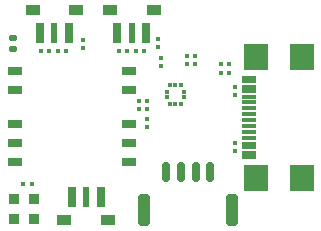
<source format=gbr>
%TF.GenerationSoftware,KiCad,Pcbnew,9.0.0*%
%TF.CreationDate,2025-06-12T14:50:32+02:00*%
%TF.ProjectId,hardware v4 pro max,68617264-7761-4726-9520-76342070726f,rev?*%
%TF.SameCoordinates,Original*%
%TF.FileFunction,Paste,Bot*%
%TF.FilePolarity,Positive*%
%FSLAX46Y46*%
G04 Gerber Fmt 4.6, Leading zero omitted, Abs format (unit mm)*
G04 Created by KiCad (PCBNEW 9.0.0) date 2025-06-12 14:50:32*
%MOMM*%
%LPD*%
G01*
G04 APERTURE LIST*
G04 Aperture macros list*
%AMRoundRect*
0 Rectangle with rounded corners*
0 $1 Rounding radius*
0 $2 $3 $4 $5 $6 $7 $8 $9 X,Y pos of 4 corners*
0 Add a 4 corners polygon primitive as box body*
4,1,4,$2,$3,$4,$5,$6,$7,$8,$9,$2,$3,0*
0 Add four circle primitives for the rounded corners*
1,1,$1+$1,$2,$3*
1,1,$1+$1,$4,$5*
1,1,$1+$1,$6,$7*
1,1,$1+$1,$8,$9*
0 Add four rect primitives between the rounded corners*
20,1,$1+$1,$2,$3,$4,$5,0*
20,1,$1+$1,$4,$5,$6,$7,0*
20,1,$1+$1,$6,$7,$8,$9,0*
20,1,$1+$1,$8,$9,$2,$3,0*%
G04 Aperture macros list end*
%ADD10RoundRect,0.079500X0.079500X0.100500X-0.079500X0.100500X-0.079500X-0.100500X0.079500X-0.100500X0*%
%ADD11R,0.325000X0.300000*%
%ADD12R,0.300000X0.325000*%
%ADD13RoundRect,0.079500X-0.079500X-0.100500X0.079500X-0.100500X0.079500X0.100500X-0.079500X0.100500X0*%
%ADD14RoundRect,0.079500X-0.100500X0.079500X-0.100500X-0.079500X0.100500X-0.079500X0.100500X0.079500X0*%
%ADD15RoundRect,0.079500X0.100500X-0.079500X0.100500X0.079500X-0.100500X0.079500X-0.100500X-0.079500X0*%
%ADD16RoundRect,0.140000X0.170000X-0.140000X0.170000X0.140000X-0.170000X0.140000X-0.170000X-0.140000X0*%
%ADD17R,0.750000X1.800000*%
%ADD18R,0.600000X1.800000*%
%ADD19R,1.300000X0.900000*%
%ADD20R,1.150000X0.300000*%
%ADD21R,2.000000X2.180000*%
%ADD22RoundRect,0.150000X0.150000X0.700000X-0.150000X0.700000X-0.150000X-0.700000X0.150000X-0.700000X0*%
%ADD23RoundRect,0.250000X0.250000X1.100000X-0.250000X1.100000X-0.250000X-1.100000X0.250000X-1.100000X0*%
%ADD24R,1.200000X0.800000*%
%ADD25R,0.900000X0.900000*%
G04 APERTURE END LIST*
D10*
%TO.C,C14*%
X137885000Y-100020000D03*
X137195000Y-100020000D03*
%TD*%
D11*
%TO.C,U5*%
X139540000Y-99000000D03*
X139540000Y-98500000D03*
D12*
X139790000Y-97975000D03*
X140290000Y-97975000D03*
X140790000Y-97975000D03*
D11*
X141040000Y-98500000D03*
X141040000Y-99000000D03*
D12*
X140790000Y-99525000D03*
X140290000Y-99525000D03*
X139790000Y-99525000D03*
%TD*%
D10*
%TO.C,C29*%
X128105000Y-106350000D03*
X127415000Y-106350000D03*
%TD*%
D13*
%TO.C,R8*%
X135510000Y-95100000D03*
X136200000Y-95100000D03*
%TD*%
D14*
%TO.C,R20*%
X141250000Y-95455000D03*
X141250000Y-96145000D03*
%TD*%
D15*
%TO.C,R19*%
X137900000Y-101495000D03*
X137900000Y-100805000D03*
%TD*%
%TO.C,C30*%
X139100000Y-96345000D03*
X139100000Y-95655000D03*
%TD*%
D16*
%TO.C,C10*%
X126550000Y-94930000D03*
X126550000Y-93970000D03*
%TD*%
D13*
%TO.C,R9*%
X136950000Y-95100000D03*
X137640000Y-95100000D03*
%TD*%
D17*
%TO.C,S1*%
X128810000Y-93570000D03*
D18*
X130035000Y-93570000D03*
D17*
X131260000Y-93570000D03*
D19*
X128185000Y-91620000D03*
X131885000Y-91620000D03*
%TD*%
D13*
%TO.C,R10*%
X130355000Y-95050000D03*
X131045000Y-95050000D03*
%TD*%
D15*
%TO.C,C6*%
X138800000Y-94745000D03*
X138800000Y-94055000D03*
%TD*%
D13*
%TO.C,R7*%
X128905000Y-95050000D03*
X129595000Y-95050000D03*
%TD*%
D15*
%TO.C,R23*%
X141950000Y-96145000D03*
X141950000Y-95455000D03*
%TD*%
D20*
%TO.C,J4*%
X146492000Y-97320000D03*
X146492000Y-98120000D03*
X146492000Y-99420000D03*
X146492000Y-100420000D03*
X146492000Y-100920000D03*
X146492000Y-101920000D03*
X146492000Y-103220000D03*
X146492000Y-104020000D03*
X146492000Y-103720000D03*
X146492000Y-102920000D03*
X146492000Y-102420000D03*
X146492000Y-101420000D03*
X146492000Y-99920000D03*
X146492000Y-98920000D03*
X146492000Y-98420000D03*
X146492000Y-97620000D03*
D21*
X150997000Y-95560000D03*
X150997000Y-105780000D03*
X147067000Y-95560000D03*
X147067000Y-105780000D03*
%TD*%
D14*
%TO.C,R15*%
X145320000Y-102835000D03*
X145320000Y-103525000D03*
%TD*%
D10*
%TO.C,C19*%
X137895000Y-99310000D03*
X137205000Y-99310000D03*
%TD*%
D13*
%TO.C,R22*%
X144105000Y-96200000D03*
X144795000Y-96200000D03*
%TD*%
D15*
%TO.C,R14*%
X145300000Y-98795000D03*
X145300000Y-98105000D03*
%TD*%
D22*
%TO.C,U1*%
X143240000Y-105290000D03*
X141990000Y-105290000D03*
X140740000Y-105290000D03*
X139490000Y-105290000D03*
D23*
X145090000Y-108490000D03*
X137640000Y-108490000D03*
%TD*%
D10*
%TO.C,R24*%
X144795000Y-96900000D03*
X144105000Y-96900000D03*
%TD*%
D17*
%TO.C,S2*%
X135365000Y-93585000D03*
D18*
X136590000Y-93585000D03*
D17*
X137815000Y-93585000D03*
D19*
X134740000Y-91635000D03*
X138440000Y-91635000D03*
%TD*%
D15*
%TO.C,C7*%
X132500000Y-94845000D03*
X132500000Y-94155000D03*
%TD*%
D24*
%TO.C,PA1010D1*%
X136380000Y-96780000D03*
X136380000Y-98380000D03*
X136380000Y-101280000D03*
X136380000Y-102880000D03*
X136380000Y-104480000D03*
X126680000Y-104480000D03*
X126680000Y-102880000D03*
X126680000Y-101280000D03*
X126680000Y-98380000D03*
X126680000Y-96780000D03*
%TD*%
D25*
%TO.C,LED1*%
X128340000Y-109270000D03*
X128340000Y-107570000D03*
X126640000Y-107570000D03*
X126640000Y-109270000D03*
%TD*%
D17*
%TO.C,S3*%
X133965000Y-107435000D03*
D18*
X132740000Y-107435000D03*
D17*
X131515000Y-107435000D03*
D19*
X134590000Y-109385000D03*
X130890000Y-109385000D03*
%TD*%
M02*

</source>
